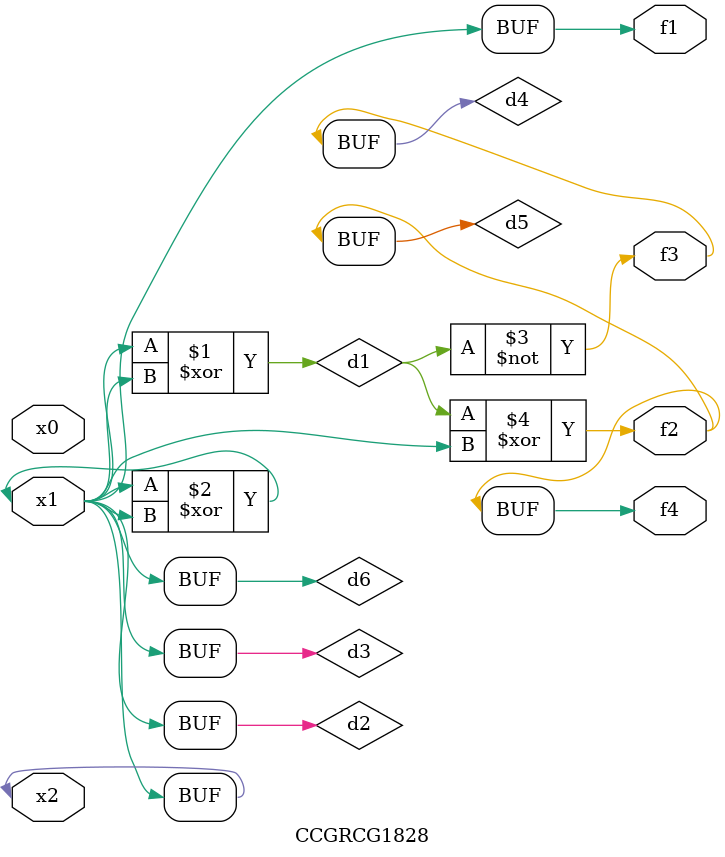
<source format=v>
module CCGRCG1828(
	input x0, x1, x2,
	output f1, f2, f3, f4
);

	wire d1, d2, d3, d4, d5, d6;

	xor (d1, x1, x2);
	buf (d2, x1, x2);
	xor (d3, x1, x2);
	nor (d4, d1);
	xor (d5, d1, d2);
	buf (d6, d2, d3);
	assign f1 = d6;
	assign f2 = d5;
	assign f3 = d4;
	assign f4 = d5;
endmodule

</source>
